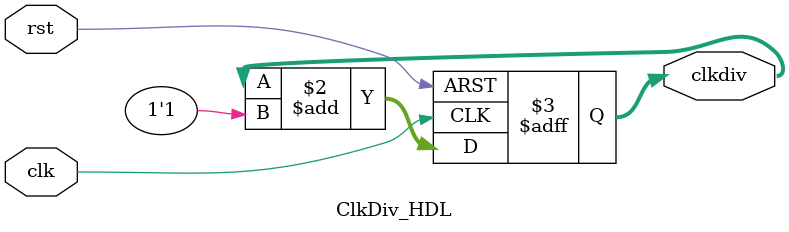
<source format=v>
`timescale 1ns / 1ps
module ClkDiv_HDL(
			input clk,
			input rst,
			output reg [31:0] clkdiv
    );
	always @ (posedge clk or posedge rst) begin
		if (rst) clkdiv<=0;
		else clkdiv<=clkdiv+1'b1;
	end
	
endmodule

</source>
